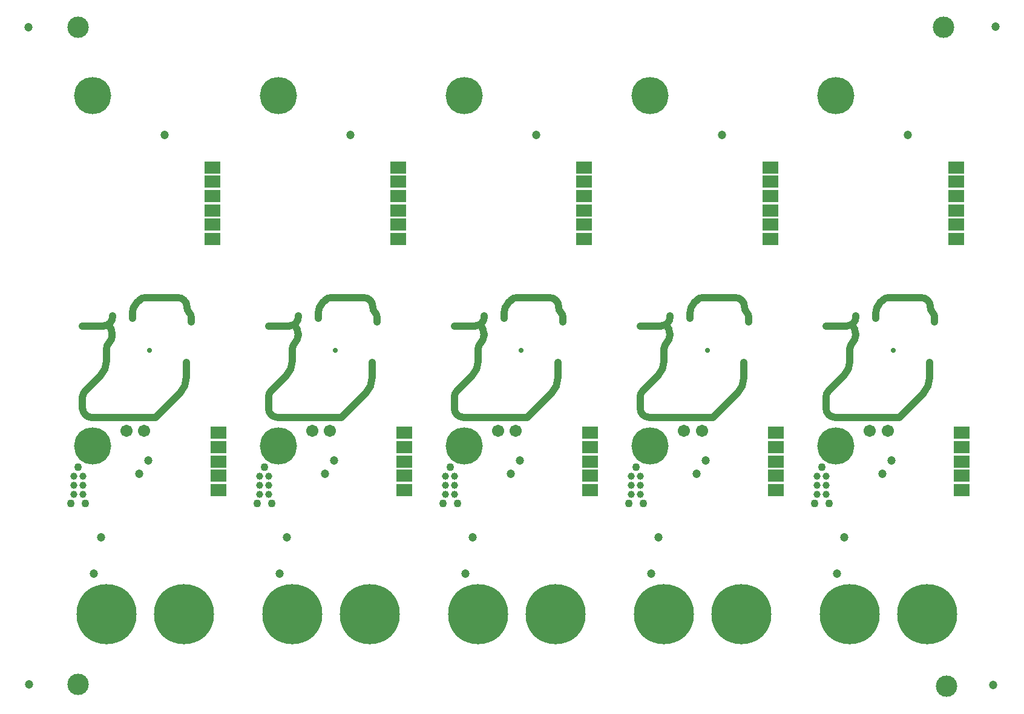
<source format=gts>
G04*
G04 #@! TF.GenerationSoftware,Altium Limited,Altium Designer,20.0.13 (296)*
G04*
G04 Layer_Color=8388736*
%FSAX25Y25*%
%MOIN*%
G70*
G01*
G75*
%ADD10C,0.03937*%
%ADD15C,0.04724*%
%ADD18C,0.03937*%
%ADD80C,0.11811*%
%ADD81C,0.33084*%
%ADD82R,0.08674X0.06706*%
%ADD83C,0.03910*%
%ADD84C,0.04737*%
%ADD85C,0.06706*%
%ADD86C,0.20485*%
%ADD87C,0.04343*%
%ADD88C,0.02769*%
D10*
X0066300Y0223464D02*
D03*
X0168662D02*
D03*
X0271024D02*
D03*
X0373387D02*
D03*
X0475749D02*
D03*
D15*
X0055906Y0081338D02*
D03*
X0059843Y0101416D02*
D03*
X0080867Y0136495D02*
D03*
X0085906Y0143621D02*
D03*
X0158269Y0081338D02*
D03*
X0162206Y0101416D02*
D03*
X0183229Y0136495D02*
D03*
X0188269Y0143621D02*
D03*
X0260631Y0081338D02*
D03*
X0264568Y0101416D02*
D03*
X0285591Y0136495D02*
D03*
X0290631Y0143621D02*
D03*
X0362993Y0081338D02*
D03*
X0366930Y0101416D02*
D03*
X0387954Y0136495D02*
D03*
X0392993Y0143621D02*
D03*
X0465355Y0081338D02*
D03*
X0469292Y0101416D02*
D03*
X0490316Y0136495D02*
D03*
X0495355Y0143621D02*
D03*
D18*
X0051194Y0181980D02*
G03*
X0049816Y0178653I0003327J-0003327D01*
G01*
X0059497Y0190282D02*
G03*
X0063032Y0198818I-0008535J0008535D01*
G01*
X0064332Y0208464D02*
G03*
X0063032Y0205327I0003137J-0003137D01*
G01*
X0064332Y0208464D02*
G03*
X0066143Y0212836I-0004372J0004372D01*
G01*
Y0213230D02*
G03*
X0063914Y0218611I-0007609J0000000D01*
G01*
X0079594Y0230577D02*
G03*
X0077206Y0224810I0005767J-0005767D01*
G01*
X0084224Y0233424D02*
G03*
X0081182Y0232165I0000000J-0004301D01*
G01*
X0107284Y0228424D02*
G03*
X0102284Y0233424I-0005000J0000000D01*
G01*
X0107284Y0228221D02*
G03*
X0108505Y0225275I0004167J0000000D01*
G01*
X0109647Y0222518D02*
G03*
X0108505Y0225275I-0003898J0000000D01*
G01*
X0103375Y0180803D02*
G03*
X0106910Y0189339I-0008535J0008535D01*
G01*
X0061300Y0217873D02*
G03*
X0066300Y0222873I0000000J0005000D01*
G01*
X0049816Y0172480D02*
G03*
X0054816Y0167481I0005000J0000000D01*
G01*
X0049816Y0172480D02*
Y0178653D01*
X0051194Y0181980D02*
X0059497Y0190282D01*
X0063032Y0198818D02*
Y0205327D01*
X0066143Y0212836D02*
Y0213230D01*
X0077206Y0221928D02*
Y0224810D01*
X0079594Y0230577D02*
X0081182Y0232165D01*
X0084224Y0233424D02*
X0102284D01*
X0107284Y0228221D02*
Y0228424D01*
X0109647Y0219960D02*
Y0222518D01*
X0106910Y0189339D02*
Y0197794D01*
X0090052Y0167481D02*
X0103375Y0180803D01*
X0066300Y0222873D02*
Y0223464D01*
X0049816Y0217873D02*
X0061300D01*
X0054816Y0167481D02*
X0090052D01*
X0153556Y0181980D02*
G03*
X0152178Y0178653I0003327J-0003327D01*
G01*
X0161859Y0190282D02*
G03*
X0165395Y0198818I-0008535J0008535D01*
G01*
X0166694Y0208464D02*
G03*
X0165395Y0205327I0003137J-0003137D01*
G01*
X0166694Y0208464D02*
G03*
X0168505Y0212836I-0004372J0004372D01*
G01*
Y0213230D02*
G03*
X0166276Y0218611I-0007609J0000000D01*
G01*
X0181957Y0230577D02*
G03*
X0179568Y0224810I0005767J-0005767D01*
G01*
X0186586Y0233424D02*
G03*
X0183544Y0232165I0000000J-0004301D01*
G01*
X0209647Y0228424D02*
G03*
X0204647Y0233424I-0005000J0000000D01*
G01*
X0209647Y0228221D02*
G03*
X0210867Y0225275I0004167J0000000D01*
G01*
X0212009Y0222518D02*
G03*
X0210867Y0225275I-0003898J0000000D01*
G01*
X0205737Y0180803D02*
G03*
X0209273Y0189339I-0008535J0008535D01*
G01*
X0163662Y0217873D02*
G03*
X0168662Y0222873I0000000J0005000D01*
G01*
X0152178Y0172480D02*
G03*
X0157178Y0167481I0005000J0000000D01*
G01*
X0152178Y0172480D02*
Y0178653D01*
X0153556Y0181980D02*
X0161859Y0190282D01*
X0165395Y0198818D02*
Y0205327D01*
X0168505Y0212836D02*
Y0213230D01*
X0179568Y0221928D02*
Y0224810D01*
X0181957Y0230577D02*
X0183544Y0232165D01*
X0186586Y0233424D02*
X0204647D01*
X0209647Y0228221D02*
Y0228424D01*
X0212009Y0219960D02*
Y0222518D01*
X0209273Y0189339D02*
Y0197794D01*
X0192414Y0167481D02*
X0205737Y0180803D01*
X0168662Y0222873D02*
Y0223464D01*
X0152178Y0217873D02*
X0163662D01*
X0157178Y0167481D02*
X0192414D01*
X0255918Y0181980D02*
G03*
X0254540Y0178653I0003327J-0003327D01*
G01*
X0264221Y0190282D02*
G03*
X0267757Y0198818I-0008535J0008535D01*
G01*
X0269056Y0208464D02*
G03*
X0267757Y0205327I0003137J-0003137D01*
G01*
X0269056Y0208464D02*
G03*
X0270867Y0212836I-0004372J0004372D01*
G01*
Y0213230D02*
G03*
X0268638Y0218611I-0007609J0000000D01*
G01*
X0284319Y0230577D02*
G03*
X0281930Y0224810I0005767J-0005767D01*
G01*
X0288948Y0233424D02*
G03*
X0285906Y0232165I0000000J-0004301D01*
G01*
X0312009Y0228424D02*
G03*
X0307009Y0233424I-0005000J0000000D01*
G01*
X0312009Y0228221D02*
G03*
X0313229Y0225275I0004167J0000000D01*
G01*
X0314371Y0222518D02*
G03*
X0313229Y0225275I-0003898J0000000D01*
G01*
X0308099Y0180803D02*
G03*
X0311635Y0189339I-0008535J0008535D01*
G01*
X0266024Y0217873D02*
G03*
X0271024Y0222873I0000000J0005000D01*
G01*
X0254540Y0172480D02*
G03*
X0259540Y0167481I0005000J0000000D01*
G01*
X0254540Y0172480D02*
Y0178653D01*
X0255918Y0181980D02*
X0264221Y0190282D01*
X0267757Y0198818D02*
Y0205327D01*
X0270867Y0212836D02*
Y0213230D01*
X0281930Y0221928D02*
Y0224810D01*
X0284319Y0230577D02*
X0285906Y0232165D01*
X0288948Y0233424D02*
X0307009D01*
X0312009Y0228221D02*
Y0228424D01*
X0314371Y0219960D02*
Y0222518D01*
X0311635Y0189339D02*
Y0197794D01*
X0294776Y0167481D02*
X0308099Y0180803D01*
X0271024Y0222873D02*
Y0223464D01*
X0254540Y0217873D02*
X0266024D01*
X0259540Y0167481D02*
X0294776D01*
X0358281Y0181980D02*
G03*
X0356902Y0178653I0003327J-0003327D01*
G01*
X0366583Y0190282D02*
G03*
X0370119Y0198818I-0008535J0008535D01*
G01*
X0371418Y0208464D02*
G03*
X0370119Y0205327I0003137J-0003137D01*
G01*
X0371418Y0208464D02*
G03*
X0373229Y0212836I-0004372J0004372D01*
G01*
Y0213230D02*
G03*
X0371001Y0218611I-0007609J0000000D01*
G01*
X0386681Y0230577D02*
G03*
X0384292Y0224810I0005767J-0005767D01*
G01*
X0391310Y0233424D02*
G03*
X0388269Y0232165I0000000J-0004301D01*
G01*
X0414371Y0228424D02*
G03*
X0409371Y0233424I-0005000J0000000D01*
G01*
X0414371Y0228221D02*
G03*
X0415591Y0225275I0004167J0000000D01*
G01*
X0416733Y0222518D02*
G03*
X0415591Y0225275I-0003898J0000000D01*
G01*
X0410461Y0180803D02*
G03*
X0413997Y0189339I-0008535J0008535D01*
G01*
X0368387Y0217873D02*
G03*
X0373387Y0222873I0000000J0005000D01*
G01*
X0356902Y0172480D02*
G03*
X0361902Y0167481I0005000J0000000D01*
G01*
X0356902Y0172480D02*
Y0178653D01*
X0358281Y0181980D02*
X0366583Y0190282D01*
X0370119Y0198818D02*
Y0205327D01*
X0373229Y0212836D02*
Y0213230D01*
X0384292Y0221928D02*
Y0224810D01*
X0386681Y0230577D02*
X0388269Y0232165D01*
X0391310Y0233424D02*
X0409371D01*
X0414371Y0228221D02*
Y0228424D01*
X0416733Y0219960D02*
Y0222518D01*
X0413997Y0189339D02*
Y0197794D01*
X0397139Y0167481D02*
X0410461Y0180803D01*
X0373387Y0222873D02*
Y0223464D01*
X0356902Y0217873D02*
X0368387D01*
X0361902Y0167481D02*
X0397139D01*
X0460643Y0181980D02*
G03*
X0459265Y0178653I0003327J-0003327D01*
G01*
X0468946Y0190282D02*
G03*
X0472481Y0198818I-0008535J0008535D01*
G01*
X0473780Y0208464D02*
G03*
X0472481Y0205327I0003137J-0003137D01*
G01*
X0473780Y0208464D02*
G03*
X0475591Y0212836I-0004372J0004372D01*
G01*
Y0213230D02*
G03*
X0473363Y0218611I-0007609J0000000D01*
G01*
X0489043Y0230577D02*
G03*
X0486654Y0224810I0005767J-0005767D01*
G01*
X0493672Y0233424D02*
G03*
X0490631Y0232165I0000000J-0004301D01*
G01*
X0516733Y0228424D02*
G03*
X0511733Y0233424I-0005000J0000000D01*
G01*
X0516733Y0228221D02*
G03*
X0517954Y0225275I0004167J0000000D01*
G01*
X0519095Y0222518D02*
G03*
X0517954Y0225275I-0003898J0000000D01*
G01*
X0512824Y0180803D02*
G03*
X0516359Y0189339I-0008535J0008535D01*
G01*
X0470749Y0217873D02*
G03*
X0475749Y0222873I0000000J0005000D01*
G01*
X0459265Y0172480D02*
G03*
X0464265Y0167481I0005000J0000000D01*
G01*
X0459265Y0172480D02*
Y0178653D01*
X0460643Y0181980D02*
X0468946Y0190282D01*
X0472481Y0198818D02*
Y0205327D01*
X0475591Y0212836D02*
Y0213230D01*
X0486654Y0221928D02*
Y0224810D01*
X0489043Y0230577D02*
X0490631Y0232165D01*
X0493672Y0233424D02*
X0511733D01*
X0516733Y0228221D02*
Y0228424D01*
X0519095Y0219960D02*
Y0222518D01*
X0516359Y0189339D02*
Y0197794D01*
X0499501Y0167481D02*
X0512824Y0180803D01*
X0475749Y0222873D02*
Y0223464D01*
X0459265Y0217873D02*
X0470749D01*
X0464265Y0167481D02*
X0499501D01*
D80*
X0047244Y0382323D02*
D03*
X0525669Y0019331D02*
D03*
X0524016Y0382323D02*
D03*
X0047244Y0020394D02*
D03*
D81*
X0062993Y0058897D02*
D03*
X0105513D02*
D03*
X0165355D02*
D03*
X0207875D02*
D03*
X0267717D02*
D03*
X0310237D02*
D03*
X0370080D02*
D03*
X0412599D02*
D03*
X0472442D02*
D03*
X0514961D02*
D03*
D82*
X0124578Y0143209D02*
D03*
Y0158957D02*
D03*
X0121417Y0305118D02*
D03*
X0124578Y0151083D02*
D03*
Y0127461D02*
D03*
Y0135335D02*
D03*
X0121417Y0281496D02*
D03*
Y0265748D02*
D03*
Y0273622D02*
D03*
Y0289370D02*
D03*
Y0297244D02*
D03*
X0226940Y0143209D02*
D03*
Y0158957D02*
D03*
X0223780Y0305118D02*
D03*
X0226940Y0151083D02*
D03*
Y0127461D02*
D03*
Y0135335D02*
D03*
X0223780Y0281496D02*
D03*
Y0265748D02*
D03*
Y0273622D02*
D03*
Y0289370D02*
D03*
Y0297244D02*
D03*
X0329303Y0143209D02*
D03*
Y0158957D02*
D03*
X0326142Y0305118D02*
D03*
X0329303Y0151083D02*
D03*
Y0127461D02*
D03*
Y0135335D02*
D03*
X0326142Y0281496D02*
D03*
Y0265748D02*
D03*
Y0273622D02*
D03*
Y0289370D02*
D03*
Y0297244D02*
D03*
X0431665Y0143209D02*
D03*
Y0158957D02*
D03*
X0428504Y0305118D02*
D03*
X0431665Y0151083D02*
D03*
Y0127461D02*
D03*
Y0135335D02*
D03*
X0428504Y0281496D02*
D03*
Y0265748D02*
D03*
Y0273622D02*
D03*
Y0289370D02*
D03*
Y0297244D02*
D03*
X0534027Y0143209D02*
D03*
Y0158957D02*
D03*
X0530866Y0305118D02*
D03*
X0534027Y0151083D02*
D03*
Y0127461D02*
D03*
Y0135335D02*
D03*
X0530866Y0281496D02*
D03*
Y0265748D02*
D03*
Y0273622D02*
D03*
Y0289370D02*
D03*
Y0297244D02*
D03*
D83*
X0044981Y0134999D02*
D03*
X0049981D02*
D03*
X0044981Y0129999D02*
D03*
X0049981D02*
D03*
X0044981Y0124999D02*
D03*
X0049981D02*
D03*
X0147343Y0134999D02*
D03*
X0152343D02*
D03*
X0147343Y0129999D02*
D03*
X0152343D02*
D03*
X0147343Y0124999D02*
D03*
X0152343D02*
D03*
X0249706Y0134999D02*
D03*
X0254706D02*
D03*
X0249706Y0129999D02*
D03*
X0254706D02*
D03*
X0249706Y0124999D02*
D03*
X0254706D02*
D03*
X0352068Y0134999D02*
D03*
X0357068D02*
D03*
X0352068Y0129999D02*
D03*
X0357068D02*
D03*
X0352068Y0124999D02*
D03*
X0357068D02*
D03*
X0454430Y0134999D02*
D03*
X0459430D02*
D03*
X0454430Y0129999D02*
D03*
X0459430D02*
D03*
X0454430Y0124999D02*
D03*
X0459430D02*
D03*
D84*
X0020276Y0020394D02*
D03*
X0551417Y0019921D02*
D03*
X0552520Y0382874D02*
D03*
X0020118Y0382323D02*
D03*
X0095000Y0323071D02*
D03*
X0197362D02*
D03*
X0299724D02*
D03*
X0402087D02*
D03*
X0504449D02*
D03*
D85*
X0083741Y0159999D02*
D03*
X0073899D02*
D03*
X0186103D02*
D03*
X0176261D02*
D03*
X0288465D02*
D03*
X0278623D02*
D03*
X0390828D02*
D03*
X0380985D02*
D03*
X0493190D02*
D03*
X0483347D02*
D03*
D86*
X0055198Y0344684D02*
D03*
Y0151849D02*
D03*
X0157560Y0344684D02*
D03*
Y0151849D02*
D03*
X0259922Y0344684D02*
D03*
Y0151849D02*
D03*
X0362284Y0344684D02*
D03*
Y0151849D02*
D03*
X0464646Y0344684D02*
D03*
Y0151849D02*
D03*
D87*
X0047481Y0139999D02*
D03*
X0051481Y0119999D02*
D03*
X0043481D02*
D03*
X0149843Y0139999D02*
D03*
X0153843Y0119999D02*
D03*
X0145843D02*
D03*
X0252206Y0139999D02*
D03*
X0256206Y0119999D02*
D03*
X0248206D02*
D03*
X0354568Y0139999D02*
D03*
X0358568Y0119999D02*
D03*
X0350568D02*
D03*
X0456930Y0139999D02*
D03*
X0460930Y0119999D02*
D03*
X0452930D02*
D03*
D88*
X0086751Y0204422D02*
D03*
X0189113D02*
D03*
X0291475D02*
D03*
X0393837D02*
D03*
X0496199D02*
D03*
M02*

</source>
